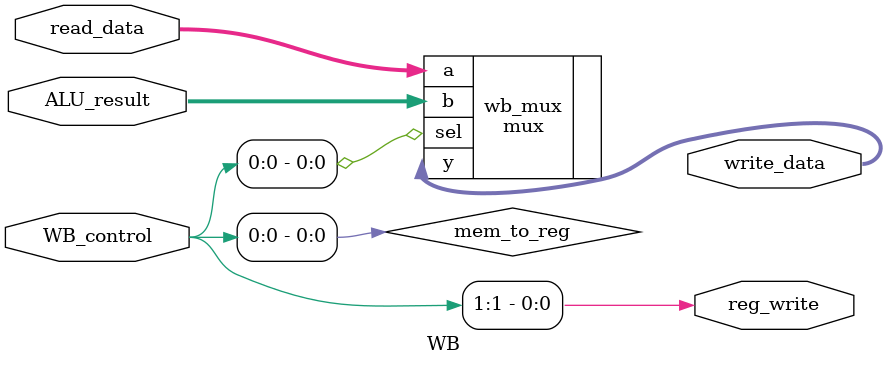
<source format=v>
`timescale 1ns / 1ps


module WB(
    input [1:0] WB_control,
    input [31:0] read_data,
    input [31:0] ALU_result,
    output [31:0] write_data,
    output reg_write
);

    // Extract control signals
    wire mem_to_reg = WB_control[0];
    assign reg_write = WB_control[1];

    // Instantiate the mux for selecting between memory data and ALU result
    mux #(32) wb_mux (
        .a(read_data),
        .b(ALU_result),
        .sel(mem_to_reg),
        .y(write_data)
    );

endmodule

</source>
